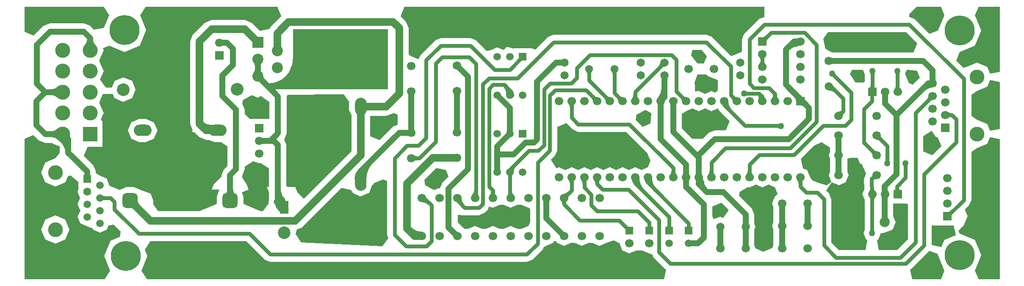
<source format=gtl>
%FSLAX24Y24*%
%MOIN*%
G70*
G01*
G75*
G04 Layer_Physical_Order=1*
G04 Layer_Color=255*
%ADD10C,0.0472*%
%ADD11C,0.0315*%
%ADD12C,0.0591*%
%ADD13R,0.7480X0.4724*%
%ADD14C,0.1181*%
%ADD15R,0.1181X0.1181*%
%ADD16C,0.1969*%
%ADD17C,0.0866*%
%ADD18R,0.0866X0.0866*%
%ADD19C,0.0669*%
%ADD20R,0.0669X0.0669*%
%ADD21C,0.0591*%
%ADD22R,0.0591X0.0591*%
%ADD23C,0.0650*%
%ADD24O,0.0900X0.1400*%
%ADD25O,0.1400X0.0900*%
G04:AMPARAMS|DCode=26|XSize=118.1mil|YSize=118.1mil|CornerRadius=29.5mil|HoleSize=0mil|Usage=FLASHONLY|Rotation=0.000|XOffset=0mil|YOffset=0mil|HoleType=Round|Shape=RoundedRectangle|*
%AMROUNDEDRECTD26*
21,1,0.1181,0.0591,0,0,0.0*
21,1,0.0591,0.1181,0,0,0.0*
1,1,0.0591,0.0295,-0.0295*
1,1,0.0591,-0.0295,-0.0295*
1,1,0.0591,-0.0295,0.0295*
1,1,0.0591,0.0295,0.0295*
%
%ADD26ROUNDEDRECTD26*%
%ADD27C,0.1000*%
%ADD28R,0.0669X0.0984*%
%ADD29C,0.0984*%
%ADD30C,0.1161*%
%ADD31R,0.0591X0.0591*%
%ADD32R,0.0669X0.0669*%
%ADD33C,0.2362*%
%ADD34C,0.0620*%
%ADD35C,0.0591*%
%ADD36C,0.0630*%
%ADD37C,0.0500*%
%ADD38C,0.0787*%
G36*
X63406Y10349D02*
Y10015D01*
X63300Y9758D01*
X63406Y9501D01*
Y8459D01*
X63300Y8201D01*
X63528Y7650D01*
X63140Y7390D01*
X62482Y7604D01*
X62022Y7794D01*
X61857Y8031D01*
Y8031D01*
X61857Y8031D01*
X61857Y8031D01*
X61626Y8589D01*
X61626Y8589D01*
X61281Y8732D01*
X61127Y9504D01*
X62168Y10545D01*
X62752Y10786D01*
X63406Y10349D01*
D02*
G37*
G36*
X65786Y9061D02*
X65844Y9119D01*
X65916Y9070D01*
X66256Y8320D01*
D01*
X66178Y8114D01*
X66094Y7911D01*
X66098Y7902D01*
X66095Y7892D01*
X66121Y7086D01*
X65954Y6683D01*
X66134Y6249D01*
Y3864D01*
X66034Y3622D01*
Y3622D01*
X66034Y3622D01*
X66238Y3129D01*
X66353Y3081D01*
X66200Y2309D01*
X64125D01*
X63530Y2905D01*
Y6309D01*
X63355Y6731D01*
X63099Y6987D01*
X63536Y7642D01*
X63968Y7463D01*
X63968Y7463D01*
X64088Y7413D01*
X64646Y7644D01*
X64695Y7764D01*
D01*
X64877Y8201D01*
X64770Y8459D01*
Y9496D01*
X65076Y9557D01*
X65581D01*
X65786Y9061D01*
D02*
G37*
G36*
X33173Y8604D02*
X33386Y8090D01*
X32914Y7618D01*
X32728Y7169D01*
X32668Y7194D01*
X32245Y7018D01*
X31550Y7390D01*
X31464Y7821D01*
X32401Y8758D01*
X33173Y8604D01*
D02*
G37*
G36*
X59068Y7243D02*
X59068Y7243D01*
Y7243D01*
X59275Y6743D01*
X59086Y6529D01*
X59086Y6529D01*
X58855Y5971D01*
X58961Y5714D01*
Y4454D01*
X58855Y4196D01*
X58961Y3939D01*
Y2679D01*
X58876Y2473D01*
X58148Y2171D01*
X57544Y2421D01*
Y2421D01*
X57544Y2421D01*
X57449Y2653D01*
Y3910D01*
X57544Y4141D01*
X57449Y4373D01*
Y5113D01*
X57249Y5595D01*
X56239Y6605D01*
X56298Y6903D01*
X56993Y7274D01*
X57068Y7243D01*
X57568Y7450D01*
X58068Y7243D01*
X58568Y7450D01*
X59068Y7243D01*
D02*
G37*
G36*
X1162Y10945D02*
X1644Y10745D01*
X2219D01*
X2249Y10674D01*
X2781Y10453D01*
Y9976D01*
X2460Y9528D01*
X2437Y9529D01*
X2437Y9529D01*
X2437Y9529D01*
X1646Y9202D01*
X1318Y8411D01*
X1646Y7620D01*
X2437Y7292D01*
X3228Y7620D01*
X3433Y8115D01*
X3639Y8156D01*
X4248Y7657D01*
Y7222D01*
X4248D01*
X4279Y7175D01*
X4170Y6911D01*
X4388Y6385D01*
X4191Y5911D01*
X4398Y5411D01*
X4250Y5052D01*
Y5052D01*
X4191Y4911D01*
X4410Y4384D01*
D01*
D01*
X4937Y4165D01*
D01*
X5367Y3987D01*
X5367D01*
X5410Y3884D01*
X5937Y3665D01*
X5937Y3665D01*
X6079Y3724D01*
X6079D01*
Y3724D01*
X6464Y3884D01*
X6605Y4224D01*
X7027Y4308D01*
X7584Y3751D01*
X7500Y3329D01*
X6771Y3027D01*
X6272Y1821D01*
X6755Y655D01*
X6318Y0D01*
X0D01*
Y11078D01*
X727Y11379D01*
X1162Y10945D01*
D02*
G37*
G36*
X71756Y11213D02*
Y11213D01*
X71879D01*
X72181Y10485D01*
X71472Y9776D01*
X70744Y10077D01*
Y11250D01*
X71399Y11688D01*
X71756Y11213D01*
D02*
G37*
G36*
X28537Y7732D02*
Y3504D01*
X28647Y3238D01*
X28195Y2594D01*
X21770Y2889D01*
X21348Y3553D01*
X21392Y3659D01*
Y3659D01*
X21386Y3679D01*
X21457Y3914D01*
X21856Y4079D01*
X24957Y7180D01*
X25729Y7026D01*
X25831Y6781D01*
X26419Y6538D01*
X26419D01*
X26476Y6514D01*
X27122Y6781D01*
X27146Y6839D01*
D01*
X27390Y7427D01*
X27474Y7462D01*
X27488Y7448D01*
X27529Y7547D01*
X28256Y7848D01*
X28537Y7732D01*
D02*
G37*
G36*
X43171Y11783D02*
X43593Y11608D01*
X47371D01*
X49004Y9975D01*
X49275Y9320D01*
X49068Y8820D01*
X48568Y8613D01*
X48068Y8820D01*
X47568Y8613D01*
X47068Y8820D01*
X46568Y8613D01*
X46068Y8820D01*
X45568Y8613D01*
X45068Y8820D01*
X44568Y8613D01*
X44068Y8820D01*
X43568Y8613D01*
X43068Y8820D01*
X42568Y8613D01*
X42188Y8770D01*
X42188Y8770D01*
X42188D01*
X42068Y8820D01*
X41877Y8741D01*
X41440Y9395D01*
X41440D01*
X41760Y9716D01*
X41760Y9716D01*
X41935Y10138D01*
Y11990D01*
X42663Y12291D01*
X43171Y11783D01*
D02*
G37*
G36*
X46381Y3055D02*
X46381Y3055D01*
X46383Y3053D01*
Y3053D01*
D01*
X46383D01*
Y3053D01*
X46383D01*
X46835Y2823D01*
X46835Y2823D01*
X46835Y2823D01*
X47053Y2297D01*
X47066Y2266D01*
D01*
Y2266D01*
D01*
X47624Y2035D01*
X47744Y2084D01*
D01*
X48181Y2266D01*
X48181D01*
D01*
D01*
X48181D01*
D01*
X48623D01*
D01*
X48623Y2266D01*
D01*
D01*
X49180Y2035D01*
X49180Y2035D01*
Y2035D01*
X49180Y2035D01*
X49438Y1928D01*
X49529Y1709D01*
X50439Y799D01*
X50439Y799D01*
X50503Y772D01*
X50349Y0D01*
X9635D01*
X9198Y655D01*
X9681Y1821D01*
X9470Y2331D01*
X9907Y2986D01*
X17469D01*
X18929Y1527D01*
X19350Y1352D01*
X39559D01*
X39981Y1527D01*
X40825Y2372D01*
X40897Y2545D01*
X40897D01*
X41071Y2617D01*
D01*
X41628Y2848D01*
Y2848D01*
D01*
X41628Y2848D01*
X41761Y3040D01*
X41864Y2968D01*
X41628Y2848D01*
X41628Y2848D01*
X41628Y2848D01*
X41628Y2848D01*
X41872Y2949D01*
X41883Y2922D01*
X41914Y2848D01*
D01*
D01*
Y2848D01*
X42471Y2617D01*
D01*
D01*
D01*
X42591Y2667D01*
X42591D01*
D01*
Y2667D01*
X42591Y2667D01*
D01*
D01*
X43029Y2848D01*
D01*
D01*
X43029D01*
D01*
X43314D01*
Y2848D01*
Y2848D01*
D01*
D01*
D01*
X43872Y2617D01*
X44429Y2848D01*
X44429D01*
D01*
D01*
X44429D01*
D01*
X44715D01*
Y2848D01*
Y2848D01*
D01*
D01*
D01*
X45152Y2667D01*
X45152Y2667D01*
X45272Y2617D01*
X45829Y2848D01*
X45830Y2849D01*
X46367Y3071D01*
X46381Y3055D01*
D02*
G37*
G36*
X69470Y5955D02*
X69470D01*
X69551Y5874D01*
Y3151D01*
X68710Y2309D01*
X67261D01*
X67107Y3081D01*
X67223Y3129D01*
X67427Y3622D01*
X67427Y3622D01*
D01*
X67726Y3656D01*
X67726Y3656D01*
D01*
D01*
D01*
X68329Y3905D01*
D01*
D01*
D01*
X68366Y3993D01*
Y3993D01*
D01*
D01*
D01*
X68366D01*
X68366Y3993D01*
D01*
D01*
D01*
D01*
D01*
D01*
X68579Y4508D01*
X68394Y4953D01*
Y5955D01*
X69470D01*
D01*
D02*
G37*
G36*
X71875Y1982D02*
X71918Y1880D01*
Y1880D01*
X72417Y675D01*
Y675D01*
Y675D01*
X72137Y0D01*
X69882D01*
X69728Y772D01*
X69792Y799D01*
X71239Y2245D01*
D01*
X71239D01*
X71239D01*
X71875Y1982D01*
D02*
G37*
G36*
X73299Y3451D02*
X72417Y3085D01*
X72186Y2528D01*
X71414Y2681D01*
Y4223D01*
X71920D01*
Y4223D01*
X73146D01*
X73299Y3451D01*
D02*
G37*
G36*
X25595Y13919D02*
X25563Y13843D01*
Y13343D01*
X25731Y12938D01*
Y10063D01*
X22015Y6347D01*
X21976Y6355D01*
X21474Y6858D01*
X21304Y7266D01*
X21304Y7266D01*
Y7266D01*
X20752D01*
X20613Y7324D01*
Y10600D01*
X20444Y11008D01*
X20642Y11486D01*
Y14407D01*
X20715Y14515D01*
X22734D01*
X22875Y14574D01*
X25157D01*
X25595Y13919D01*
D02*
G37*
G36*
X18472Y9115D02*
X18595Y9166D01*
X19249Y8728D01*
Y7266D01*
X19088D01*
X19249Y6878D01*
Y6161D01*
X19249Y6161D01*
X19249Y6161D01*
X19249Y6126D01*
X19182D01*
X19232Y6007D01*
X18794Y5352D01*
X18597D01*
X17237Y5915D01*
Y6506D01*
X17237Y6506D01*
X17237Y6506D01*
D01*
X17125Y6845D01*
X17183Y6869D01*
D01*
X17659Y7066D01*
D01*
D01*
X17659D01*
D01*
D01*
D01*
D01*
D01*
X17596Y7220D01*
X17582Y7254D01*
X17577Y7265D01*
D01*
D01*
D01*
D01*
X17481Y7496D01*
Y7496D01*
D01*
D01*
X17481D01*
D01*
D01*
X17146Y7997D01*
Y8171D01*
D01*
X17345Y8653D01*
Y8873D01*
X18000Y9311D01*
X18472Y9115D01*
D02*
G37*
G36*
X55439Y5476D02*
X55002Y4822D01*
X54892Y4867D01*
Y4867D01*
X54892Y4867D01*
X54767Y4919D01*
X54767D01*
X54239Y4737D01*
X54146Y4961D01*
Y5741D01*
X54874Y6042D01*
X55439Y5476D01*
D02*
G37*
G36*
X38270Y5617D02*
X38827Y5848D01*
X38827D01*
D01*
D01*
X39113D01*
D01*
X39113Y5848D01*
D01*
D01*
X39670Y5617D01*
X39670D01*
Y5617D01*
X39670Y5617D01*
X39807Y5526D01*
Y4524D01*
X39670Y4194D01*
X39113Y3963D01*
X39113D01*
X38827D01*
X38827Y3963D01*
Y3963D01*
X38270Y4194D01*
X37712Y3963D01*
X37712D01*
D01*
D01*
X37712D01*
D01*
X37427D01*
X37427Y3963D01*
Y3963D01*
X37427D01*
D01*
X36869Y4194D01*
X36312Y3963D01*
X36312D01*
D01*
D01*
X36312D01*
D01*
X36026D01*
X36026Y3963D01*
Y3963D01*
X36026D01*
D01*
X35469Y4194D01*
X34912Y3963D01*
X34912D01*
D01*
D01*
X34912D01*
D01*
X34635D01*
X34120Y4478D01*
Y5062D01*
X34650Y5039D01*
X34650D01*
D01*
D01*
D01*
X34650D01*
D01*
D01*
Y5039D01*
X34650Y5039D01*
X35783D01*
X36205Y5214D01*
X36488Y5496D01*
D01*
X36488Y5496D01*
X36488Y5496D01*
X36488D01*
X36586Y5734D01*
X36586Y5734D01*
X36869Y5617D01*
X37427Y5848D01*
X37427D01*
D01*
D01*
X37427D01*
D01*
X37712D01*
Y5848D01*
Y5848D01*
D01*
D01*
D01*
X38270Y5617D01*
D02*
G37*
G36*
X76772Y11038D02*
Y0D01*
X75107D01*
X74827Y675D01*
D01*
D01*
X75327Y1880D01*
X74827Y3085D01*
X73622Y3584D01*
X73527Y3831D01*
X73950Y4254D01*
X73950D01*
X73950D01*
X73950D01*
X73950Y4254D01*
X74239Y4951D01*
X74239Y4951D01*
X74164Y5133D01*
X74164Y5133D01*
X74020Y5480D01*
X74020D01*
X74359Y5818D01*
X74359Y5818D01*
X74534Y6240D01*
Y10021D01*
X74984Y10322D01*
X74984Y10322D01*
Y10322D01*
X75775Y10650D01*
X75999Y11191D01*
X76772Y11038D01*
D02*
G37*
G36*
X53719Y17568D02*
X53488Y17011D01*
X52977D01*
X52478Y17620D01*
X52569Y18079D01*
X53299D01*
X53719Y17568D01*
D02*
G37*
G36*
X58246Y20672D02*
X58246Y20672D01*
D01*
X57824Y20498D01*
X56654Y19328D01*
X56479Y18906D01*
Y17943D01*
X56338Y17849D01*
X56338Y17849D01*
X56338D01*
D01*
D01*
X55788Y17621D01*
X55788Y17621D01*
Y17621D01*
D01*
D01*
D01*
X55626Y17589D01*
X54118Y19098D01*
X53696Y19272D01*
X41656D01*
X41234Y19098D01*
X40216Y18080D01*
X39913Y18206D01*
Y18206D01*
X39913Y18206D01*
X38535D01*
Y18206D01*
X38468Y18161D01*
X38224Y18262D01*
X38224Y18262D01*
X38224Y18262D01*
X37983Y18287D01*
X37983Y18287D01*
Y18287D01*
D01*
Y18287D01*
X37724Y18055D01*
D01*
X37224Y18262D01*
X36696Y18044D01*
X36696Y18044D01*
Y18044D01*
X36385Y17982D01*
X35540Y18827D01*
X35118Y19002D01*
X32766D01*
X32766Y19002D01*
X32344Y18827D01*
X31202Y17686D01*
X31202Y17686D01*
Y17686D01*
X31001Y17341D01*
D01*
D01*
Y17341D01*
X30444Y17572D01*
X30444Y17572D01*
X30444Y17572D01*
X30244Y17706D01*
Y19783D01*
X30089Y20156D01*
X30025Y20311D01*
X29607Y20729D01*
X29908Y21457D01*
X58246D01*
Y20672D01*
D02*
G37*
G36*
X66045Y16407D02*
X66045Y16407D01*
X66045D01*
X66146Y16166D01*
Y15562D01*
X66041Y15492D01*
X66014D01*
Y15492D01*
X65422Y15492D01*
X64984Y16147D01*
X65135Y16510D01*
X65977D01*
X66045Y16407D01*
D02*
G37*
G36*
X76772Y16344D02*
X75999Y16191D01*
X75775Y16732D01*
X74984Y17060D01*
X74193Y16732D01*
X74193Y16732D01*
Y16732D01*
X73902Y16674D01*
X73347Y17228D01*
X73622Y17892D01*
X74827Y18391D01*
X75327Y19596D01*
X74827Y20802D01*
Y20802D01*
Y20802D01*
X75099Y21457D01*
X76772D01*
Y16344D01*
D02*
G37*
G36*
X20216Y20729D02*
X19375Y19889D01*
X19306Y19720D01*
X18533Y19566D01*
X17886Y20213D01*
X17359Y20432D01*
X14755D01*
X14227Y20213D01*
X13262Y19248D01*
X13044Y18720D01*
Y12244D01*
X13262Y11717D01*
X13262Y11717D01*
X13262Y11717D01*
X13185Y11640D01*
X13448Y11531D01*
X13784Y11195D01*
X14311Y10977D01*
X14562D01*
X14967Y10809D01*
X15467D01*
X15982Y10465D01*
Y8936D01*
X15714Y8668D01*
X15514Y8186D01*
Y8100D01*
X15340Y7926D01*
D01*
X14910Y7496D01*
Y7496D01*
X14732Y7066D01*
X14910D01*
Y7066D01*
X15340D01*
X15155Y6506D01*
D01*
X15155Y6506D01*
Y6506D01*
D01*
D01*
X15155D01*
Y5915D01*
X13795Y5352D01*
X10509D01*
X10156Y5880D01*
Y6211D01*
D01*
D01*
Y6211D01*
D01*
X10156Y6211D01*
X9914Y6795D01*
X9914Y6795D01*
X9914Y6795D01*
Y6795D01*
X9914Y6795D01*
X9868Y6771D01*
X9144Y7033D01*
Y7033D01*
X8617Y7252D01*
X8027D01*
X7499Y7033D01*
D01*
X6693Y7367D01*
X6683Y7411D01*
X6683Y7411D01*
X6464Y7938D01*
X6464Y7938D01*
X6323Y7997D01*
Y7997D01*
D01*
D01*
D01*
X5937Y8157D01*
Y8157D01*
D01*
X5937D01*
Y8157D01*
X5626Y8364D01*
Y8600D01*
X5578D01*
X5419Y8984D01*
X4687Y9715D01*
X4989Y10443D01*
X6152D01*
Y12411D01*
X6152D01*
X6030Y12593D01*
X6233Y13081D01*
X5921Y13834D01*
Y13834D01*
D01*
D01*
Y13834D01*
D01*
Y13981D01*
X5921D01*
X5921D01*
X6173Y14591D01*
X6876D01*
D01*
X6961D01*
X7087Y14285D01*
D01*
X7100Y14254D01*
X7784Y13971D01*
X7815Y13984D01*
X7815D01*
X8468Y14254D01*
X8751Y14938D01*
X8468Y15622D01*
X7784Y15906D01*
X7100Y15622D01*
X6876Y15082D01*
X6400D01*
X5963Y15737D01*
X6233Y16388D01*
X5921Y17141D01*
Y17141D01*
D01*
D01*
Y17141D01*
D01*
Y17288D01*
X5921D01*
X5921D01*
X6233Y18041D01*
X6168Y18197D01*
X6681Y18409D01*
X6681D01*
D01*
Y18409D01*
X7887Y17910D01*
X9092Y18409D01*
X9591Y19615D01*
X9099Y20802D01*
X9537Y21457D01*
X19915D01*
X20216Y20729D01*
D02*
G37*
G36*
X6674Y20802D02*
X6260Y19803D01*
X5488Y19650D01*
X5167Y19970D01*
X4685Y20170D01*
X1998D01*
X1516Y19970D01*
X727Y19182D01*
X0Y19483D01*
Y21457D01*
X0Y21457D01*
X6236D01*
X6674Y20802D01*
D02*
G37*
G36*
X70287Y18601D02*
X69986Y17873D01*
X63575D01*
X63318Y17980D01*
X63318Y17980D01*
X63318Y17980D01*
X63040Y18165D01*
X62887Y18938D01*
X63249Y19479D01*
X69409D01*
X70287Y18601D01*
D02*
G37*
G36*
X72417Y20802D02*
D01*
D01*
X71918Y19596D01*
X71254Y19322D01*
X70078Y20498D01*
X69656Y20672D01*
Y20900D01*
X70213Y21457D01*
X72145D01*
X72417Y20802D01*
D02*
G37*
G36*
X18367Y14309D02*
D01*
Y14309D01*
X18624Y14415D01*
X19279Y13978D01*
Y12632D01*
X19201D01*
Y12632D01*
X17744D01*
D01*
X17744D01*
X17345Y13031D01*
Y13358D01*
X17146Y13840D01*
X17203Y14132D01*
X17898Y14503D01*
X18367Y14309D01*
D02*
G37*
G36*
X49068Y13243D02*
X49068Y13243D01*
X49068Y13243D01*
X49359Y13049D01*
X49281Y12265D01*
X48659Y12008D01*
X48113Y12553D01*
X48192Y12947D01*
X48886Y13318D01*
X49068Y13243D01*
D02*
G37*
G36*
X29375Y12957D02*
Y12170D01*
X29022Y12023D01*
X27950Y10951D01*
X27222Y11253D01*
Y12847D01*
X28474D01*
X29002Y13065D01*
X29035Y13098D01*
X29375Y12957D01*
D02*
G37*
G36*
X54068Y13243D02*
X54568Y13450D01*
X54568Y13450D01*
D01*
X54646Y13319D01*
Y13319D01*
X54646Y13319D01*
X55513Y12453D01*
X55211Y11725D01*
X54331D01*
X53849Y11525D01*
X53376Y11053D01*
X52589D01*
X51750Y11891D01*
Y13030D01*
X52068Y13243D01*
X52068Y13243D01*
Y13243D01*
X52568Y13450D01*
X53068Y13243D01*
X53568Y13450D01*
X54068Y13243D01*
D02*
G37*
G36*
X76772Y15538D02*
Y11844D01*
X75999Y11691D01*
X75775Y12232D01*
X74984Y12560D01*
X74984Y12560D01*
X74984Y12560D01*
X74534Y12861D01*
Y14521D01*
X74984Y14822D01*
X74984Y14822D01*
Y14822D01*
X75775Y15150D01*
X75999Y15691D01*
X76772Y15538D01*
D02*
G37*
G36*
X70258Y16431D02*
X70481Y15893D01*
X69924Y15336D01*
X69619Y15463D01*
X69317Y16190D01*
X69407Y16407D01*
X69407Y16407D01*
X69407Y16407D01*
X69474Y16508D01*
X70258Y16431D01*
D02*
G37*
G36*
X53731Y16014D02*
X54288Y15783D01*
X54355Y15811D01*
X54596Y15650D01*
Y14862D01*
X54355Y14701D01*
X54068Y14820D01*
X53568Y14613D01*
X53068Y14820D01*
X53068Y14820D01*
X53068Y14820D01*
X52789Y14807D01*
X52765Y15333D01*
D01*
D01*
D01*
X52765D01*
X52765D01*
X52734Y15408D01*
X52766Y15580D01*
X52985Y16132D01*
X53682D01*
X53731Y16014D01*
D02*
G37*
%LPC*%
G36*
X9551Y12636D02*
X9051D01*
X8405Y12368D01*
X8138Y11722D01*
X8405Y11077D01*
X9051Y10809D01*
X9551D01*
X10197Y11077D01*
X10464Y11722D01*
X10197Y12368D01*
X9551Y12636D01*
D02*
G37*
G36*
X2437Y5029D02*
X1646Y4702D01*
X1318Y3911D01*
X1646Y3120D01*
X2437Y2792D01*
X3228Y3120D01*
X3556Y3911D01*
X3228Y4702D01*
X2437Y5029D01*
D02*
G37*
%LPD*%
D10*
X67713Y4921D02*
G03*
X67838Y4619I427J0D01*
G01*
X23529Y18037D02*
G03*
X21071Y16269I-139J-2400D01*
G01*
X22059Y15197D02*
G03*
X24197Y17327I0J2138D01*
G01*
X21584Y15197D02*
G03*
X23725Y17329I0J2140D01*
G01*
X21110Y15197D02*
G03*
X23252Y17330I0J2142D01*
G01*
X20636Y15197D02*
G03*
X22780Y17332I0J2144D01*
G01*
X20161Y15197D02*
G03*
X22307Y17334I0J2146D01*
G01*
X19687Y15197D02*
G03*
X21835Y17336I0J2148D01*
G01*
X19213Y15197D02*
G03*
X21363Y17338I0J2150D01*
G01*
X60662Y18519D02*
G03*
X61003Y18781I-146J543D01*
G01*
X61088Y18633D02*
G03*
X60039Y18198I-0J-1484D01*
G01*
X60662Y18519D02*
G03*
X61003Y18781I-146J543D01*
G01*
X71484Y15343D02*
G03*
X70745Y15036I0J-1046D01*
G01*
X71058Y15228D02*
G03*
X71399Y15490I-146J543D01*
G01*
X20128Y5624D02*
G03*
X20571Y5469I311J180D01*
G01*
X19854Y6097D02*
G03*
X20397Y5908I380J219D01*
G01*
X20338Y5842D02*
G03*
X20282Y6269I-543J146D01*
G01*
X19996Y6096D02*
G03*
X20433Y5915I437J437D01*
G01*
X20128Y5624D02*
G03*
X20571Y5469I311J180D01*
G01*
X19854Y6097D02*
G03*
X20397Y5908I380J219D01*
G01*
X20338Y5842D02*
G03*
X20282Y6269I-543J146D01*
G01*
X19931Y6126D02*
G03*
X20169Y5552I811J0D01*
G01*
X19931Y7266D02*
G03*
X20503Y5887I1951J0D01*
G01*
X60970Y14031D02*
G03*
X60790Y14466I-615J0D01*
G01*
X61503Y13753D02*
G03*
X61068Y13933I-435J-435D01*
G01*
X50219Y14483D02*
G03*
X50163Y14057I487J-281D01*
G01*
X50219Y14483D02*
G03*
X50163Y14057I487J-281D01*
G01*
X49999Y14101D02*
G03*
X50368Y14993I-892J892D01*
G01*
X53281Y7605D02*
G03*
X53019Y7946I-543J-146D01*
G01*
X53167Y8031D02*
G03*
X53610Y6961I1514J0D01*
G01*
X53281Y7605D02*
G03*
X53019Y7946I-543J-146D01*
G01*
X15945Y6461D02*
G03*
X16196Y7066I-605J605D01*
G01*
D02*
G03*
X16446Y6461I855J0D01*
G01*
X26450Y8487D02*
G03*
X26218Y7927I560J-560D01*
G01*
X27256Y9294D02*
G03*
X26690Y7927I1366J-1366D01*
G01*
X26369Y8112D02*
G03*
X26938Y8854I-611J1058D01*
G01*
X26369Y8112D02*
G03*
X26938Y8854I-611J1058D01*
G01*
X26816Y8559D02*
G03*
X26680Y7993I395J-395D01*
G01*
X26325Y8078D02*
G03*
X26476Y8443I-365J365D01*
G01*
D02*
G03*
X26628Y8078I516J0D01*
G01*
X18507Y17200D02*
G03*
X18367Y16864I336J-336D01*
G01*
D02*
G03*
X18228Y17200I-475J0D01*
G01*
X18564Y16000D02*
G03*
X18703Y15664I475J0D01*
G01*
X18703Y15664D02*
G03*
X18367Y15804I-336J-336D01*
G01*
X18228Y16140D02*
G03*
X18367Y16476I-336J336D01*
G01*
D02*
G03*
X18507Y16140I475J0D01*
G01*
X4917Y18292D02*
G03*
X5167Y18897I-605J605D01*
G01*
D02*
G03*
X5418Y18292I855J0D01*
G01*
X2751Y14484D02*
G03*
X2147Y14734I-605J-605D01*
G01*
D02*
G03*
X2751Y14985I0J855D01*
G01*
Y11177D02*
G03*
X2147Y11427I-605J-605D01*
G01*
D02*
G03*
X2751Y11678I0J855D01*
G01*
X3273Y11199D02*
G03*
X3280Y10592I357J-300D01*
G01*
X3350Y11358D02*
G03*
X3463Y10986I405J-80D01*
G01*
X3463Y10986D02*
G03*
X3094Y11085I-270J-270D01*
G01*
X3463Y10787D02*
G03*
X3067Y11525I-887J0D01*
G01*
X3463Y9905D02*
G03*
X2805Y11132I-1476J0D01*
G01*
X67713Y4921D02*
G03*
X67838Y4619I427J0D01*
G01*
X22059Y15197D02*
G03*
X24197Y17327I0J2138D01*
G01*
X21584Y15197D02*
G03*
X23725Y17329I0J2140D01*
G01*
X21110Y15197D02*
G03*
X23252Y17330I0J2142D01*
G01*
X20636Y15197D02*
G03*
X22780Y17332I0J2144D01*
G01*
X20161Y15197D02*
G03*
X22307Y17334I0J2146D01*
G01*
X19687Y15197D02*
G03*
X21835Y17336I0J2148D01*
G01*
X19213Y15197D02*
G03*
X21363Y17338I0J2150D01*
G01*
X61088Y18633D02*
G03*
X60039Y18198I-0J-1484D01*
G01*
X60662Y18519D02*
G03*
X61003Y18781I-146J543D01*
G01*
X71484Y15343D02*
G03*
X70745Y15036I0J-1046D01*
G01*
X19996Y6096D02*
G03*
X20433Y5915I437J437D01*
G01*
X20128Y5624D02*
G03*
X20571Y5469I311J180D01*
G01*
X19854Y6097D02*
G03*
X20397Y5908I380J219D01*
G01*
X20338Y5842D02*
G03*
X20282Y6269I-543J146D01*
G01*
X19931Y6126D02*
G03*
X20169Y5552I811J0D01*
G01*
X19931Y7266D02*
G03*
X20503Y5887I1951J0D01*
G01*
X60970Y14031D02*
G03*
X60790Y14466I-615J0D01*
G01*
X61503Y13753D02*
G03*
X61068Y13933I-435J-435D01*
G01*
X50219Y14483D02*
G03*
X50163Y14057I487J-281D01*
G01*
X49999Y14101D02*
G03*
X50368Y14993I-892J892D01*
G01*
X53167Y8031D02*
G03*
X53610Y6961I1514J0D01*
G01*
X53281Y7605D02*
G03*
X53019Y7946I-543J-146D01*
G01*
X15945Y6461D02*
G03*
X16196Y7066I-605J605D01*
G01*
D02*
G03*
X16446Y6461I855J0D01*
G01*
X26450Y8487D02*
G03*
X26218Y7927I560J-560D01*
G01*
X27256Y9294D02*
G03*
X26690Y7927I1366J-1366D01*
G01*
X26369Y8112D02*
G03*
X26938Y8854I-611J1058D01*
G01*
X26325Y8078D02*
G03*
X26476Y8443I-365J365D01*
G01*
D02*
G03*
X26628Y8078I516J0D01*
G01*
X18507Y17200D02*
G03*
X18367Y16864I336J-336D01*
G01*
D02*
G03*
X18228Y17200I-475J0D01*
G01*
X18564Y16000D02*
G03*
X18703Y15664I475J0D01*
G01*
X18703Y15664D02*
G03*
X18367Y15804I-336J-336D01*
G01*
X18228Y16140D02*
G03*
X18367Y16476I-336J336D01*
G01*
D02*
G03*
X18507Y16140I475J0D01*
G01*
X4917Y18292D02*
G03*
X5167Y18897I-605J605D01*
G01*
D02*
G03*
X5418Y18292I855J0D01*
G01*
X2751Y14484D02*
G03*
X2147Y14734I-605J-605D01*
G01*
D02*
G03*
X2751Y14985I0J855D01*
G01*
Y11177D02*
G03*
X2147Y11427I-605J-605D01*
G01*
D02*
G03*
X2751Y11678I0J855D01*
G01*
X3350Y11358D02*
G03*
X3463Y10986I405J-80D01*
G01*
X3463Y10986D02*
G03*
X3094Y11085I-270J-270D01*
G01*
X3463Y10787D02*
G03*
X3067Y11525I-887J0D01*
G01*
X3463Y9905D02*
G03*
X2805Y11132I-1476J0D01*
G01*
X61088Y18633D02*
G03*
X60039Y18198I-0J-1484D01*
G01*
X19996Y6096D02*
G03*
X20433Y5915I437J437D01*
G01*
X19931Y6126D02*
G03*
X20169Y5552I811J0D01*
G01*
X19931Y7266D02*
G03*
X20503Y5887I1951J0D01*
G01*
X60970Y14031D02*
G03*
X60790Y14466I-615J0D01*
G01*
X61503Y13753D02*
G03*
X61068Y13933I-435J-435D01*
G01*
X49999Y14101D02*
G03*
X50368Y14993I-892J892D01*
G01*
X53167Y8031D02*
G03*
X53610Y6961I1514J0D01*
G01*
X15945Y6461D02*
G03*
X16196Y7066I-605J605D01*
G01*
D02*
G03*
X16446Y6461I855J0D01*
G01*
X26450Y8487D02*
G03*
X26218Y7927I560J-560D01*
G01*
X27256Y9294D02*
G03*
X26690Y7927I1366J-1366D01*
G01*
X26325Y8078D02*
G03*
X26476Y8443I-365J365D01*
G01*
D02*
G03*
X26628Y8078I516J0D01*
G01*
X18507Y17200D02*
G03*
X18367Y16864I336J-336D01*
G01*
D02*
G03*
X18228Y17200I-475J0D01*
G01*
X18564Y16000D02*
G03*
X18703Y15664I475J0D01*
G01*
X18703Y15664D02*
G03*
X18367Y15804I-336J-336D01*
G01*
X18228Y16140D02*
G03*
X18367Y16476I-336J336D01*
G01*
D02*
G03*
X18507Y16140I475J0D01*
G01*
X71150Y15441D02*
X71484D01*
X68632Y12923D02*
X71150Y15441D01*
X68632Y8248D02*
Y12923D01*
X67742Y13823D02*
X68632Y12933D01*
X67742Y13823D02*
Y14764D01*
X71484Y15441D02*
Y16469D01*
X70761Y17191D02*
X71484Y16469D01*
X63318Y17191D02*
X70761D01*
X67713Y7329D02*
X68632Y8248D01*
X67713Y4522D02*
Y7329D01*
Y4522D02*
X67726Y4508D01*
X18367Y16000D02*
X19961Y14407D01*
X38524Y9823D02*
X39449Y10748D01*
X37224Y9764D02*
Y10475D01*
Y8441D02*
Y9764D01*
X37283Y9823D01*
X38524D01*
X29504Y11541D02*
X30444D01*
X26476Y8514D02*
X29504Y11541D01*
X26476Y7677D02*
Y8514D01*
X15581Y14441D02*
X16663Y13358D01*
Y8653D02*
Y13358D01*
X16196Y8186D02*
X16663Y8653D01*
X54331Y11043D02*
X60177D01*
X53068Y9781D02*
X54331Y11043D01*
X53068Y8031D02*
Y9781D01*
X53465Y3278D02*
Y5882D01*
X53010Y2823D02*
X53465Y3278D01*
X52294Y2823D02*
X53010D01*
X52068Y7278D02*
X53465Y5882D01*
X60572Y18731D02*
X61088D01*
X59941Y18100D02*
X60572Y18731D01*
X59941Y15315D02*
Y18100D01*
Y15315D02*
X61756Y13500D01*
Y12622D02*
Y13500D01*
X60177Y11043D02*
X61756Y12622D01*
X53068Y8031D02*
Y9609D01*
X51068Y11609D02*
X53068Y9609D01*
X51068Y11609D02*
Y14031D01*
X50068Y11024D02*
Y14031D01*
Y11024D02*
X52068Y9024D01*
Y8031D02*
Y9024D01*
X56767Y4141D02*
Y5113D01*
X55020Y6860D02*
X56767Y5113D01*
X53711Y6860D02*
X55020D01*
X53091Y7480D02*
X53711Y6860D01*
X53091Y7480D02*
Y7785D01*
X40354Y11004D02*
Y15571D01*
X40098Y10748D02*
X40354Y11004D01*
X39449Y10748D02*
X40098D01*
X40354Y15571D02*
X41855Y17071D01*
X42508D01*
X34048Y16824D02*
X34911Y15960D01*
Y8651D02*
Y15960D01*
X33396Y7136D02*
X34911Y8651D01*
X19628Y10904D02*
X19931Y10600D01*
Y6161D02*
Y10600D01*
Y6161D02*
X20433Y5659D01*
X19961Y11486D02*
Y14407D01*
X19378Y10904D02*
X19961Y11486D01*
X18472Y10904D02*
X19378D01*
X18472D02*
X19628D01*
X16407Y16877D02*
Y18179D01*
X15959Y18628D02*
X16407Y18179D01*
X15354Y18628D02*
X15959D01*
X15581Y16051D02*
X16407Y16877D01*
X15581Y14441D02*
Y16051D01*
X37224Y10475D02*
X38224Y11475D01*
X37224Y14483D02*
X38224Y13483D01*
Y11475D02*
Y13483D01*
X50368Y14331D02*
Y16071D01*
X50068Y14031D02*
X50368Y14331D01*
X41071Y4806D02*
Y6405D01*
Y4806D02*
X42471Y3405D01*
X53066Y8031D02*
X53068D01*
X33396Y4078D02*
X34069Y3405D01*
X33396Y4078D02*
Y7136D01*
X52068Y7278D02*
Y8031D01*
X3463Y9976D02*
X4937Y8501D01*
X16196Y6211D02*
Y8186D01*
X56767Y2421D02*
Y4141D01*
X61643Y4196D02*
Y5971D01*
X64088Y9758D02*
Y11315D01*
Y8201D02*
Y9758D01*
X59643Y2421D02*
Y4196D01*
Y5971D01*
X54767Y2421D02*
Y4141D01*
X18367Y16000D02*
Y17339D01*
X34048Y11564D02*
Y14824D01*
X30444Y11541D02*
Y14784D01*
X4937Y7911D02*
Y8501D01*
X3021Y11428D02*
X3463Y10986D01*
Y9976D02*
Y10986D01*
X984Y18474D02*
X1998Y19488D01*
X4685D01*
X5167Y19006D01*
Y18041D02*
Y19006D01*
X1644Y11427D02*
X3002D01*
X1663Y14734D02*
X3002D01*
X945Y12126D02*
X1644Y11427D01*
X945Y12126D02*
Y14016D01*
X1663Y14734D01*
X984Y15413D02*
Y18474D01*
Y15413D02*
X1663Y14734D01*
X22734Y15197D02*
X24867Y17330D01*
X19213Y15197D02*
X22734D01*
D11*
X59492Y11992D02*
G03*
X59262Y12087I-229J-229D01*
G01*
X6034Y6508D02*
G03*
X6270Y6411I235J235D01*
G01*
D02*
G03*
X6034Y6313I0J-333D01*
G01*
X38224Y6945D02*
G03*
X38395Y6531I586J0D01*
G01*
X36744D02*
G03*
X36869Y6833I-302J302D01*
G01*
D02*
G03*
X36995Y6531I428J0D01*
G01*
X31896Y5968D02*
G03*
X31268Y6228I-628J-628D01*
G01*
X52196Y3920D02*
G03*
X52294Y4156I-235J235D01*
G01*
D02*
G03*
X52391Y3920I333J0D01*
G01*
X50639D02*
G03*
X50737Y4156I-235J235D01*
G01*
D02*
G03*
X50834Y3920I333J0D01*
G01*
X44556Y16464D02*
G03*
X44448Y16203I260J-260D01*
G01*
D02*
G03*
X44340Y16464I-368J0D01*
G01*
X46556D02*
G03*
X46448Y16203I260J-260D01*
G01*
D02*
G03*
X46340Y16464I-368J0D01*
G01*
X57963Y16857D02*
G03*
X58088Y17159I-302J302D01*
G01*
D02*
G03*
X58213Y16857I428J0D01*
G01*
Y17606D02*
G03*
X58088Y17304I302J-302D01*
G01*
D02*
G03*
X57963Y17606I-428J0D01*
G01*
X58088Y18909D02*
G03*
X58391Y19034I0J428D01*
G01*
X58391Y19034D02*
G03*
X58265Y18731I302J-302D01*
G01*
X67057Y8027D02*
G03*
X66691Y7911I-72J-410D01*
G01*
X64088Y13049D02*
G03*
X64391Y13174I0J428D01*
G01*
X64391Y13174D02*
G03*
X64265Y12871I302J-302D01*
G01*
X30569Y9667D02*
G03*
X30872Y9541I302J302D01*
G01*
D02*
G03*
X30569Y9416I0J-428D01*
G01*
X63880Y14791D02*
G03*
X63318Y15024I-562J-562D01*
G01*
X68617Y14889D02*
G03*
X68711Y15115I-226J226D01*
G01*
Y15268D02*
G03*
X68867Y14889I535J0D01*
G01*
X66617D02*
G03*
X66742Y15191I-302J302D01*
G01*
D02*
G03*
X66867Y14889I428J0D01*
G01*
X66867Y14639D02*
G03*
X66722Y14289I350J-350D01*
G01*
Y14384D02*
G03*
X66617Y14639I-360J0D01*
G01*
X66867Y6558D02*
G03*
X66730Y6227I331J-331D01*
G01*
Y6284D02*
G03*
X66617Y6558I-387J0D01*
G01*
X66613Y6804D02*
G03*
X66718Y7082I-283J265D01*
G01*
X66716Y7139D02*
G03*
X66863Y6812I468J15D01*
G01*
X68691Y7234D02*
G03*
X68867Y6808I602J0D01*
G01*
X47486Y3823D02*
G03*
X47388Y4058I-333J0D01*
G01*
D02*
G03*
X47624Y3961I235J235D01*
G01*
X49083Y3920D02*
G03*
X49180Y4156I-235J235D01*
G01*
D02*
G03*
X49278Y3920I333J0D01*
G01*
X72610Y13066D02*
G03*
X72912Y12941I302J302D01*
G01*
D02*
G03*
X72610Y12816I0J-428D01*
G01*
X71484Y14264D02*
G03*
X71182Y14139I0J-428D01*
G01*
X71182Y14139D02*
G03*
X71307Y14441I-302J302D01*
G01*
X34246Y6405D02*
G03*
X34504Y5781I883J0D01*
G01*
X66911Y9758D02*
G03*
X66786Y10061I-428J0D01*
G01*
X66786Y10061D02*
G03*
X67088Y9935I302J302D01*
G01*
X67265Y11315D02*
G03*
X67391Y11012I428J0D01*
G01*
X67391Y11012D02*
G03*
X67088Y11138I-302J-302D01*
G01*
X58943Y14157D02*
G03*
X59068Y14459I-302J302D01*
G01*
D02*
G03*
X59193Y14157I428J0D01*
G01*
X57910Y14111D02*
G03*
X57827Y14624I-396J199D01*
G01*
X57963Y14174D02*
G03*
X58068Y14383I-154J209D01*
G01*
D02*
G03*
X58173Y14174I259J0D01*
G01*
X55891Y14031D02*
G03*
X55766Y14334I-428J0D01*
G01*
X55766Y14334D02*
G03*
X56068Y14209I302J302D01*
G01*
X55245Y14031D02*
G03*
X55576Y13233I1129J0D01*
G01*
X51891Y14031D02*
G03*
X51766Y14334I-428J0D01*
G01*
X51766Y14334D02*
G03*
X52068Y14209I302J302D01*
G01*
X47943Y14157D02*
G03*
X48068Y14459I-302J302D01*
G01*
D02*
G03*
X48193Y14157I428J0D01*
G01*
X46891Y14031D02*
G03*
X46766Y14334I-428J0D01*
G01*
X46766Y14334D02*
G03*
X47068Y14209I302J302D01*
G01*
X45891Y14031D02*
G03*
X45766Y14334I-428J0D01*
G01*
X45766Y14334D02*
G03*
X46068Y14209I302J302D01*
G01*
X44891Y14031D02*
G03*
X44766Y14334I-428J0D01*
G01*
X44766Y14334D02*
G03*
X45068Y14209I302J302D01*
G01*
X43193Y13906D02*
G03*
X43068Y13604I302J-302D01*
G01*
D02*
G03*
X42943Y13906I-428J0D01*
G01*
X61193Y7906D02*
G03*
X61068Y7604I302J-302D01*
G01*
D02*
G03*
X60943Y7906I-428J0D01*
G01*
X56943Y8157D02*
G03*
X57068Y8459I-302J302D01*
G01*
D02*
G03*
X57193Y8157I428J0D01*
G01*
X53943D02*
G03*
X54068Y8459I-302J302D01*
G01*
D02*
G03*
X54193Y8157I428J0D01*
G01*
X50943D02*
G03*
X51068Y8459I-302J302D01*
G01*
D02*
G03*
X51193Y8157I428J0D01*
G01*
X48930Y8031D02*
G03*
X49127Y7556I673J0D01*
G01*
X49245Y8031D02*
G03*
X49665Y7018I1433J0D01*
G01*
X49451Y7264D02*
G03*
X48980Y7878I-978J-262D01*
G01*
X49237Y7977D02*
G03*
X49350Y7508I440J-142D01*
G01*
X49451Y7264D02*
G03*
X48980Y7878I-978J-262D01*
G01*
X49191Y7904D02*
G03*
X49068Y7615I278J-289D01*
G01*
D02*
G03*
X48945Y7904I-401J0D01*
G01*
X47930Y8031D02*
G03*
X48158Y7482I777J0D01*
G01*
X48245Y8031D02*
G03*
X48696Y6944I1538J0D01*
G01*
X48451Y7264D02*
G03*
X47980Y7878I-978J-262D01*
G01*
X48237Y7977D02*
G03*
X48350Y7508I441J-142D01*
G01*
X48451Y7264D02*
G03*
X47980Y7878I-978J-262D01*
G01*
X48193Y7906D02*
G03*
X48068Y7604I302J-302D01*
G01*
D02*
G03*
X47943Y7906I-428J0D01*
G01*
X45193D02*
G03*
X45068Y7604I302J-302D01*
G01*
D02*
G03*
X44943Y7906I-428J0D01*
G01*
X44193D02*
G03*
X44068Y7604I302J-302D01*
G01*
D02*
G03*
X43943Y7906I-428J0D01*
G01*
X43193D02*
G03*
X43068Y7604I302J-302D01*
G01*
D02*
G03*
X42943Y7906I-428J0D01*
G01*
X35344Y6531D02*
G03*
X35551Y7032I-501J501D01*
G01*
X42471Y6583D02*
G03*
X42774Y6708I0J428D01*
G01*
X42774Y6708D02*
G03*
X42648Y6405I302J-302D01*
G01*
X42596Y6280D02*
G03*
X42471Y5978I302J-302D01*
G01*
D02*
G03*
X42346Y6280I-428J0D01*
G01*
X50368Y16904D02*
G03*
X50083Y16786I0J-404D01*
G01*
D02*
G03*
X50201Y17071I-286J286D01*
G01*
X38583Y8977D02*
G03*
X38361Y8441I536J-536D01*
G01*
X38321Y8344D02*
G03*
X38224Y8109I235J-235D01*
G01*
D02*
G03*
X38126Y8344I-333J0D01*
G01*
X37976Y15103D02*
G03*
X38302Y14596I775J140D01*
G01*
X38099Y14542D02*
G03*
X38053Y14890I-294J139D01*
G01*
X38400Y14468D02*
G03*
X38266Y14834I-462J38D01*
G01*
X38086Y14494D02*
G03*
X37785Y15315I-1036J86D01*
G01*
X37976Y15103D02*
G03*
X38302Y14596I775J140D01*
G01*
X38126Y14580D02*
G03*
X38224Y14816I-235J235D01*
G01*
D02*
G03*
X38321Y14580I333J0D01*
G01*
X39224Y17379D02*
G03*
X38988Y17281I0J-333D01*
G01*
D02*
G03*
X39086Y17517I-235J235D01*
G01*
X72648Y5129D02*
G03*
X72951Y5254I0J428D01*
G01*
X72951Y5254D02*
G03*
X72825Y4951I302J-302D01*
G01*
X59492Y11992D02*
G03*
X59262Y12087I-229J-229D01*
G01*
X6034Y6508D02*
G03*
X6270Y6411I235J235D01*
G01*
D02*
G03*
X6034Y6313I0J-333D01*
G01*
X38224Y6945D02*
G03*
X38395Y6531I586J0D01*
G01*
X36744D02*
G03*
X36869Y6833I-302J302D01*
G01*
D02*
G03*
X36995Y6531I428J0D01*
G01*
X31896Y5968D02*
G03*
X31268Y6228I-628J-628D01*
G01*
X52196Y3920D02*
G03*
X52294Y4156I-235J235D01*
G01*
D02*
G03*
X52391Y3920I333J0D01*
G01*
X50639D02*
G03*
X50737Y4156I-235J235D01*
G01*
D02*
G03*
X50834Y3920I333J0D01*
G01*
X44556Y16464D02*
G03*
X44448Y16203I260J-260D01*
G01*
D02*
G03*
X44340Y16464I-368J0D01*
G01*
X46556D02*
G03*
X46448Y16203I260J-260D01*
G01*
D02*
G03*
X46340Y16464I-368J0D01*
G01*
X57963Y16857D02*
G03*
X58088Y17159I-302J302D01*
G01*
D02*
G03*
X58213Y16857I428J0D01*
G01*
Y17606D02*
G03*
X58088Y17304I302J-302D01*
G01*
D02*
G03*
X57963Y17606I-428J0D01*
G01*
X58088Y18909D02*
G03*
X58391Y19034I0J428D01*
G01*
X58391Y19034D02*
G03*
X58265Y18731I302J-302D01*
G01*
X67057Y8027D02*
G03*
X66691Y7911I-72J-410D01*
G01*
X30569Y9667D02*
G03*
X30872Y9541I302J302D01*
G01*
D02*
G03*
X30569Y9416I0J-428D01*
G01*
X68617Y14889D02*
G03*
X68711Y15115I-226J226D01*
G01*
Y15268D02*
G03*
X68867Y14889I535J0D01*
G01*
X66617D02*
G03*
X66742Y15191I-302J302D01*
G01*
D02*
G03*
X66867Y14889I428J0D01*
G01*
X66867Y14639D02*
G03*
X66722Y14289I350J-350D01*
G01*
Y14384D02*
G03*
X66617Y14639I-360J0D01*
G01*
X66867Y6558D02*
G03*
X66730Y6227I331J-331D01*
G01*
Y6284D02*
G03*
X66617Y6558I-387J0D01*
G01*
X66613Y6804D02*
G03*
X66718Y7082I-283J265D01*
G01*
X66716Y7139D02*
G03*
X66863Y6812I468J15D01*
G01*
X68691Y7234D02*
G03*
X68867Y6808I602J0D01*
G01*
X47486Y3823D02*
G03*
X47388Y4058I-333J0D01*
G01*
D02*
G03*
X47624Y3961I235J235D01*
G01*
X49083Y3920D02*
G03*
X49180Y4156I-235J235D01*
G01*
D02*
G03*
X49278Y3920I333J0D01*
G01*
X72610Y13066D02*
G03*
X72912Y12941I302J302D01*
G01*
D02*
G03*
X72610Y12816I0J-428D01*
G01*
X71484Y14264D02*
G03*
X71182Y14139I0J-428D01*
G01*
X71182Y14139D02*
G03*
X71307Y14441I-302J302D01*
G01*
X34246Y6405D02*
G03*
X34504Y5781I883J0D01*
G01*
X66911Y9758D02*
G03*
X66786Y10061I-428J0D01*
G01*
X66786Y10061D02*
G03*
X67088Y9935I302J302D01*
G01*
X67265Y11315D02*
G03*
X67391Y11012I428J0D01*
G01*
X67391Y11012D02*
G03*
X67088Y11138I-302J-302D01*
G01*
X58943Y14157D02*
G03*
X59068Y14459I-302J302D01*
G01*
D02*
G03*
X59193Y14157I428J0D01*
G01*
X57910Y14111D02*
G03*
X57827Y14624I-396J199D01*
G01*
X57963Y14174D02*
G03*
X58068Y14383I-154J209D01*
G01*
D02*
G03*
X58173Y14174I259J0D01*
G01*
X55891Y14031D02*
G03*
X55766Y14334I-428J0D01*
G01*
X55766Y14334D02*
G03*
X56068Y14209I302J302D01*
G01*
X55245Y14031D02*
G03*
X55576Y13233I1129J0D01*
G01*
X51891Y14031D02*
G03*
X51766Y14334I-428J0D01*
G01*
X51766Y14334D02*
G03*
X52068Y14209I302J302D01*
G01*
X47943Y14157D02*
G03*
X48068Y14459I-302J302D01*
G01*
D02*
G03*
X48193Y14157I428J0D01*
G01*
X46891Y14031D02*
G03*
X46766Y14334I-428J0D01*
G01*
X46766Y14334D02*
G03*
X47068Y14209I302J302D01*
G01*
X45891Y14031D02*
G03*
X45766Y14334I-428J0D01*
G01*
X45766Y14334D02*
G03*
X46068Y14209I302J302D01*
G01*
X44891Y14031D02*
G03*
X44766Y14334I-428J0D01*
G01*
X44766Y14334D02*
G03*
X45068Y14209I302J302D01*
G01*
X43193Y13906D02*
G03*
X43068Y13604I302J-302D01*
G01*
D02*
G03*
X42943Y13906I-428J0D01*
G01*
X61193Y7906D02*
G03*
X61068Y7604I302J-302D01*
G01*
D02*
G03*
X60943Y7906I-428J0D01*
G01*
X56943Y8157D02*
G03*
X57068Y8459I-302J302D01*
G01*
D02*
G03*
X57193Y8157I428J0D01*
G01*
X53943D02*
G03*
X54068Y8459I-302J302D01*
G01*
D02*
G03*
X54193Y8157I428J0D01*
G01*
X50943D02*
G03*
X51068Y8459I-302J302D01*
G01*
D02*
G03*
X51193Y8157I428J0D01*
G01*
X48930Y8031D02*
G03*
X49127Y7556I673J0D01*
G01*
X49245Y8031D02*
G03*
X49665Y7018I1433J0D01*
G01*
X49451Y7264D02*
G03*
X48980Y7878I-978J-262D01*
G01*
X49191Y7904D02*
G03*
X49068Y7615I278J-289D01*
G01*
D02*
G03*
X48945Y7904I-401J0D01*
G01*
X47930Y8031D02*
G03*
X48158Y7482I777J0D01*
G01*
X48245Y8031D02*
G03*
X48696Y6944I1538J0D01*
G01*
X48451Y7264D02*
G03*
X47980Y7878I-978J-262D01*
G01*
X48193Y7906D02*
G03*
X48068Y7604I302J-302D01*
G01*
D02*
G03*
X47943Y7906I-428J0D01*
G01*
X45193D02*
G03*
X45068Y7604I302J-302D01*
G01*
D02*
G03*
X44943Y7906I-428J0D01*
G01*
X44193D02*
G03*
X44068Y7604I302J-302D01*
G01*
D02*
G03*
X43943Y7906I-428J0D01*
G01*
X43193D02*
G03*
X43068Y7604I302J-302D01*
G01*
D02*
G03*
X42943Y7906I-428J0D01*
G01*
X35344Y6531D02*
G03*
X35551Y7032I-501J501D01*
G01*
X42471Y6583D02*
G03*
X42774Y6708I0J428D01*
G01*
X42774Y6708D02*
G03*
X42648Y6405I302J-302D01*
G01*
X42596Y6280D02*
G03*
X42471Y5978I302J-302D01*
G01*
D02*
G03*
X42346Y6280I-428J0D01*
G01*
X50368Y16904D02*
G03*
X50083Y16786I0J-404D01*
G01*
D02*
G03*
X50201Y17071I-286J286D01*
G01*
X38583Y8977D02*
G03*
X38361Y8441I536J-536D01*
G01*
X38321Y8344D02*
G03*
X38224Y8109I235J-235D01*
G01*
D02*
G03*
X38126Y8344I-333J0D01*
G01*
X38400Y14468D02*
G03*
X38266Y14834I-462J38D01*
G01*
X38086Y14494D02*
G03*
X37785Y15315I-1036J86D01*
G01*
X37976Y15103D02*
G03*
X38302Y14596I775J140D01*
G01*
X38126Y14580D02*
G03*
X38224Y14816I-235J235D01*
G01*
D02*
G03*
X38321Y14580I333J0D01*
G01*
X39224Y17379D02*
G03*
X38988Y17281I0J-333D01*
G01*
D02*
G03*
X39086Y17517I-235J235D01*
G01*
X72648Y5129D02*
G03*
X72951Y5254I0J428D01*
G01*
X72951Y5254D02*
G03*
X72825Y4951I302J-302D01*
G01*
X38224Y6945D02*
G03*
X38395Y6531I586J0D01*
G01*
X36744D02*
G03*
X36869Y6833I-302J302D01*
G01*
D02*
G03*
X36995Y6531I428J0D01*
G01*
X31896Y5968D02*
G03*
X31268Y6228I-628J-628D01*
G01*
X52196Y3920D02*
G03*
X52294Y4156I-235J235D01*
G01*
D02*
G03*
X52391Y3920I333J0D01*
G01*
X50639D02*
G03*
X50737Y4156I-235J235D01*
G01*
D02*
G03*
X50834Y3920I333J0D01*
G01*
X44556Y16464D02*
G03*
X44448Y16203I260J-260D01*
G01*
D02*
G03*
X44340Y16464I-368J0D01*
G01*
X46556D02*
G03*
X46448Y16203I260J-260D01*
G01*
D02*
G03*
X46340Y16464I-368J0D01*
G01*
X57963Y16857D02*
G03*
X58088Y17159I-302J302D01*
G01*
D02*
G03*
X58213Y16857I428J0D01*
G01*
Y17606D02*
G03*
X58088Y17304I302J-302D01*
G01*
D02*
G03*
X57963Y17606I-428J0D01*
G01*
X58088Y18909D02*
G03*
X58391Y19034I0J428D01*
G01*
X58391Y19034D02*
G03*
X58265Y18731I302J-302D01*
G01*
X30569Y9667D02*
G03*
X30872Y9541I302J302D01*
G01*
D02*
G03*
X30569Y9416I0J-428D01*
G01*
X47486Y3823D02*
G03*
X47388Y4058I-333J0D01*
G01*
D02*
G03*
X47624Y3961I235J235D01*
G01*
X49083Y3920D02*
G03*
X49180Y4156I-235J235D01*
G01*
D02*
G03*
X49278Y3920I333J0D01*
G01*
X72610Y13066D02*
G03*
X72912Y12941I302J302D01*
G01*
D02*
G03*
X72610Y12816I0J-428D01*
G01*
X71484Y14264D02*
G03*
X71182Y14139I0J-428D01*
G01*
X71182Y14139D02*
G03*
X71307Y14441I-302J302D01*
G01*
X34246Y6405D02*
G03*
X34504Y5781I883J0D01*
G01*
X66911Y9758D02*
G03*
X66786Y10061I-428J0D01*
G01*
X66786Y10061D02*
G03*
X67088Y9935I302J302D01*
G01*
X67265Y11315D02*
G03*
X67391Y11012I428J0D01*
G01*
X67391Y11012D02*
G03*
X67088Y11138I-302J-302D01*
G01*
X58943Y14157D02*
G03*
X59068Y14459I-302J302D01*
G01*
D02*
G03*
X59193Y14157I428J0D01*
G01*
X57910Y14111D02*
G03*
X57827Y14624I-396J199D01*
G01*
X57963Y14174D02*
G03*
X58068Y14383I-154J209D01*
G01*
D02*
G03*
X58173Y14174I259J0D01*
G01*
X55891Y14031D02*
G03*
X55766Y14334I-428J0D01*
G01*
X55766Y14334D02*
G03*
X56068Y14209I302J302D01*
G01*
X51891Y14031D02*
G03*
X51766Y14334I-428J0D01*
G01*
X51766Y14334D02*
G03*
X52068Y14209I302J302D01*
G01*
X47943Y14157D02*
G03*
X48068Y14459I-302J302D01*
G01*
D02*
G03*
X48193Y14157I428J0D01*
G01*
X46891Y14031D02*
G03*
X46766Y14334I-428J0D01*
G01*
X46766Y14334D02*
G03*
X47068Y14209I302J302D01*
G01*
X45891Y14031D02*
G03*
X45766Y14334I-428J0D01*
G01*
X45766Y14334D02*
G03*
X46068Y14209I302J302D01*
G01*
X44891Y14031D02*
G03*
X44766Y14334I-428J0D01*
G01*
X44766Y14334D02*
G03*
X45068Y14209I302J302D01*
G01*
X43193Y13906D02*
G03*
X43068Y13604I302J-302D01*
G01*
D02*
G03*
X42943Y13906I-428J0D01*
G01*
X61193Y7906D02*
G03*
X61068Y7604I302J-302D01*
G01*
D02*
G03*
X60943Y7906I-428J0D01*
G01*
X56943Y8157D02*
G03*
X57068Y8459I-302J302D01*
G01*
D02*
G03*
X57193Y8157I428J0D01*
G01*
X53943D02*
G03*
X54068Y8459I-302J302D01*
G01*
D02*
G03*
X54193Y8157I428J0D01*
G01*
X50943D02*
G03*
X51068Y8459I-302J302D01*
G01*
D02*
G03*
X51193Y8157I428J0D01*
G01*
X48930Y8031D02*
G03*
X49127Y7556I673J0D01*
G01*
X49245Y8031D02*
G03*
X49665Y7018I1433J0D01*
G01*
X49191Y7904D02*
G03*
X49068Y7615I278J-289D01*
G01*
D02*
G03*
X48945Y7904I-401J0D01*
G01*
X47930Y8031D02*
G03*
X48158Y7482I777J0D01*
G01*
X48245Y8031D02*
G03*
X48696Y6944I1538J0D01*
G01*
X48193Y7906D02*
G03*
X48068Y7604I302J-302D01*
G01*
D02*
G03*
X47943Y7906I-428J0D01*
G01*
X45193D02*
G03*
X45068Y7604I302J-302D01*
G01*
D02*
G03*
X44943Y7906I-428J0D01*
G01*
X44193D02*
G03*
X44068Y7604I302J-302D01*
G01*
D02*
G03*
X43943Y7906I-428J0D01*
G01*
X43193D02*
G03*
X43068Y7604I302J-302D01*
G01*
D02*
G03*
X42943Y7906I-428J0D01*
G01*
X35344Y6531D02*
G03*
X35551Y7032I-501J501D01*
G01*
X42471Y6583D02*
G03*
X42774Y6708I0J428D01*
G01*
X42774Y6708D02*
G03*
X42648Y6405I302J-302D01*
G01*
X42596Y6280D02*
G03*
X42471Y5978I302J-302D01*
G01*
D02*
G03*
X42346Y6280I-428J0D01*
G01*
X50368Y16904D02*
G03*
X50083Y16786I0J-404D01*
G01*
D02*
G03*
X50201Y17071I-286J286D01*
G01*
X38583Y8977D02*
G03*
X38361Y8441I536J-536D01*
G01*
X38321Y8344D02*
G03*
X38224Y8109I235J-235D01*
G01*
D02*
G03*
X38126Y8344I-333J0D01*
G01*
X38400Y14468D02*
G03*
X38266Y14834I-462J38D01*
G01*
X38086Y14494D02*
G03*
X37785Y15315I-1036J86D01*
G01*
X38126Y14580D02*
G03*
X38224Y14816I-235J235D01*
G01*
D02*
G03*
X38321Y14580I333J0D01*
G01*
X39224Y17379D02*
G03*
X38988Y17281I0J-333D01*
G01*
D02*
G03*
X39086Y17517I-235J235D01*
G01*
X72648Y5129D02*
G03*
X72951Y5254I0J428D01*
G01*
X72951Y5254D02*
G03*
X72825Y4951I302J-302D01*
G01*
X64088Y12871D02*
X64439Y13222D01*
Y14232D01*
X63480Y15191D02*
X64439Y14232D01*
X63318Y15191D02*
X63480D01*
X70817Y2667D02*
Y8278D01*
X69370Y1220D02*
X70817Y2667D01*
X50861Y1220D02*
X69370D01*
X49951Y2131D02*
X50861Y1220D01*
X68957Y1713D02*
X70148Y2904D01*
X63878Y1713D02*
X68957D01*
X62933Y2657D02*
X63878Y1713D01*
X68711Y14795D02*
X68742Y14764D01*
X68711Y14795D02*
Y16407D01*
X66673D02*
X66742Y16339D01*
Y14764D02*
Y16339D01*
X66722Y14744D02*
X66742Y14764D01*
X66722Y14035D02*
Y14744D01*
X66093Y13406D02*
X66722Y14035D01*
X69360Y7982D02*
Y9144D01*
X68691Y7313D02*
X69360Y7982D01*
X68691Y6683D02*
Y7313D01*
X66691Y7911D02*
X66730Y6683D01*
X66691Y7911D02*
X66981Y8201D01*
X67088D01*
X66730Y3622D02*
Y6683D01*
X56722Y12087D02*
X59439D01*
X55068Y13741D02*
X56722Y12087D01*
X55068Y13741D02*
Y14031D01*
X70148Y13104D02*
X71484Y14441D01*
X70148Y2904D02*
Y13104D01*
X67913Y9134D02*
Y10490D01*
X70817Y8278D02*
X73346Y10807D01*
X32382Y10837D02*
Y16992D01*
X31087Y9541D02*
X32382Y10837D01*
X30444Y9541D02*
X31087D01*
X47549Y7057D02*
X49951Y4656D01*
X45522Y7057D02*
X47549D01*
X45068Y7511D02*
X45522Y7057D01*
X31459Y6405D02*
X32037Y5827D01*
Y2992D02*
Y5827D01*
X31631Y2586D02*
X32037Y2992D01*
X62421Y6821D02*
X62933Y6309D01*
X61535Y6821D02*
X62421D01*
X61068Y7288D02*
X61535Y6821D01*
X61068Y7288D02*
Y8031D01*
X48268Y5374D02*
X49180Y4462D01*
X45089Y5374D02*
X48268D01*
X44616Y5846D02*
X45089Y5374D01*
X46801Y4646D02*
X47624Y3823D01*
X43730Y4646D02*
X46801D01*
X42471Y5905D02*
X43730Y4646D01*
X42471Y5905D02*
Y6405D01*
X44616Y5846D02*
Y6673D01*
X44068Y7221D02*
X44616Y6673D01*
X44068Y7221D02*
Y8031D01*
X49180Y3823D02*
Y4462D01*
X49951Y2131D02*
Y4656D01*
X73346Y10807D02*
Y12608D01*
X73014Y12941D02*
X73346Y12608D01*
X72484Y12941D02*
X73014D01*
X69656Y20076D02*
X73937Y15795D01*
Y6240D02*
Y15795D01*
X72648Y4951D02*
X73937Y6240D01*
X57835Y9794D02*
X60573D01*
X57068Y9027D02*
X57835Y9794D01*
X57068Y8031D02*
Y9027D01*
X55197Y10335D02*
X60284D01*
X54068Y9206D02*
X55197Y10335D01*
X54068Y8031D02*
Y9206D01*
X57411Y15079D02*
X58602D01*
X57076Y15414D02*
X57411Y15079D01*
X57076Y15414D02*
Y18906D01*
X58068Y14031D02*
Y14383D01*
X57827Y14624D02*
X58068Y14383D01*
X56654Y14624D02*
X57827D01*
X58602Y15079D02*
X59068Y14613D01*
Y14031D02*
Y14613D01*
X60284Y10335D02*
X62362Y12412D01*
X47618Y12205D02*
X51068Y8755D01*
X43593Y12205D02*
X47618D01*
X43068Y12729D02*
X43593Y12205D01*
X51068Y8031D02*
Y8755D01*
X50737Y3823D02*
Y4903D01*
X48068Y7572D02*
X50737Y4903D01*
X48068Y7572D02*
Y8031D01*
X52294Y3823D02*
Y4390D01*
X49068Y7615D02*
X52294Y4390D01*
X49068Y7615D02*
Y8031D01*
X43068Y12729D02*
Y14031D01*
X40404Y9203D02*
X41339Y10138D01*
X40404Y2793D02*
Y9203D01*
X39559Y1949D02*
X40404Y2793D01*
X41339Y10138D02*
Y14459D01*
X44198Y14902D02*
X45068Y14031D01*
X41782Y14902D02*
X44198D01*
X41339Y14459D02*
X41782Y14902D01*
X43051Y15423D02*
X43486Y15858D01*
X41368Y15423D02*
X43051D01*
X40924Y14979D02*
X41368Y15423D01*
X40924Y10579D02*
Y14979D01*
X40460Y10116D02*
X40924Y10579D01*
X39722Y10116D02*
X40460D01*
X43486Y15858D02*
Y16636D01*
X38224Y8617D02*
X39722Y10116D01*
X38224Y8441D02*
Y8617D01*
X36565Y15000D02*
X36880Y15315D01*
X36565Y7297D02*
Y15000D01*
Y7297D02*
X36869Y6992D01*
X36880Y15315D02*
X37785D01*
X38224Y14877D01*
X36565Y15846D02*
X38827D01*
X36066Y15347D02*
X36565Y15846D01*
X36066Y5918D02*
Y15347D01*
X35004Y17496D02*
X35551Y16949D01*
Y6488D02*
Y16949D01*
X35469Y6405D02*
X35551Y6488D01*
X34650Y5636D02*
X35783D01*
X34069Y6217D02*
X34650Y5636D01*
X34069Y6217D02*
Y6405D01*
X35783Y5636D02*
X36066Y5918D01*
X32886Y17496D02*
X35004D01*
X37018Y16506D02*
X38213D01*
X35118Y18406D02*
X37018Y16506D01*
X32766Y18406D02*
X35118D01*
X38213Y16506D02*
X39224Y17517D01*
X31624Y17264D02*
X32766Y18406D01*
X30052Y2586D02*
X31631D01*
X38224Y14483D02*
Y14877D01*
X38827Y15846D02*
X41656Y18676D01*
X31624Y11142D02*
Y17264D01*
X31004Y10522D02*
X31624Y11142D01*
X30128Y10522D02*
X31004D01*
X32382Y16992D02*
X32886Y17496D01*
X31268Y6405D02*
X31459D01*
X38224Y6452D02*
X38270Y6405D01*
X45068Y7511D02*
Y8031D01*
X57076Y18906D02*
X58246Y20076D01*
X69656D01*
X43068Y7003D02*
Y8031D01*
X42471Y6405D02*
X43068Y7003D01*
X46448Y14651D02*
Y16571D01*
Y14651D02*
X47068Y14031D01*
X62362Y12412D02*
Y18470D01*
X61406Y19426D02*
X62362Y18470D01*
X58783Y19426D02*
X61406D01*
X58088Y18731D02*
X58783Y19426D01*
X43486Y16636D02*
X44504Y17654D01*
X50946D01*
X51316Y17284D01*
Y14784D02*
Y17284D01*
Y14784D02*
X52068Y14031D01*
X44448Y15651D02*
Y16571D01*
Y15651D02*
X46068Y14031D01*
X66093Y10754D02*
X67088Y9758D01*
X36869Y6405D02*
Y6992D01*
X55606Y14494D02*
X56068Y14031D01*
X55606Y14494D02*
Y16766D01*
X53696Y18676D02*
X55606Y16766D01*
X41656Y18676D02*
X53696D01*
X48068Y14771D02*
X50368Y17071D01*
X48068Y14031D02*
Y14771D01*
X38224Y6452D02*
Y8441D01*
X58088Y16731D02*
Y17731D01*
X63576Y16196D02*
X65069Y14703D01*
X60573Y9794D02*
X62876Y12096D01*
X64616D01*
X65069Y12549D01*
Y14703D01*
X66093Y10754D02*
Y13406D01*
X5937Y6411D02*
X6778D01*
X29134Y3504D02*
X30052Y2586D01*
X29134Y3504D02*
Y9528D01*
X30128Y10522D01*
X19350Y1949D02*
X39559D01*
X17717Y3583D02*
X19350Y1949D01*
X9016Y3583D02*
X17717D01*
X7087Y5512D02*
X9016Y3583D01*
X7087Y5512D02*
Y6102D01*
X6778Y6411D02*
X7087Y6102D01*
X62933Y2657D02*
Y6309D01*
X67088Y11315D02*
X67913Y10490D01*
D12*
X30263Y3861D02*
G03*
X31268Y3445I1005J1005D01*
G01*
X8617Y6211D02*
G03*
X8826Y5707I713J0D01*
G01*
X8826Y5707D02*
G03*
X8322Y5915I-504J-504D01*
G01*
X14847Y11624D02*
G03*
X14250Y11942I-682J-562D01*
G01*
X14847Y11624D02*
G03*
X14250Y11942I-682J-562D01*
G01*
X13789Y12244D02*
G03*
X14941Y11875I934J934D01*
G01*
X30263Y3861D02*
G03*
X31268Y3445I1005J1005D01*
G01*
X8617Y6211D02*
G03*
X8826Y5707I713J0D01*
G01*
X8826Y5707D02*
G03*
X8322Y5915I-504J-504D01*
G01*
X14847Y11624D02*
G03*
X14250Y11942I-682J-562D01*
G01*
X13789Y12244D02*
G03*
X14941Y11875I934J934D01*
G01*
X30263Y3861D02*
G03*
X31268Y3445I1005J1005D01*
G01*
X8617Y6211D02*
G03*
X8826Y5707I713J0D01*
G01*
X8826Y5707D02*
G03*
X8322Y5915I-504J-504D01*
G01*
X13789Y12244D02*
G03*
X14941Y11875I934J934D01*
G01*
X30128Y7539D02*
X32152Y9564D01*
X30128Y3996D02*
Y7539D01*
Y3996D02*
X30719Y3405D01*
X26476Y9754D02*
Y13593D01*
X21329Y4606D02*
X26476Y9754D01*
X9926Y4606D02*
X21329D01*
X8322Y6211D02*
X9926Y4606D01*
X29026Y20256D02*
X29498Y19783D01*
X20797Y20256D02*
X29026D01*
X19903Y19361D02*
X20797Y20256D01*
X19903Y18008D02*
Y19361D01*
X29498Y14616D02*
Y19783D01*
X28474Y13593D02*
X29498Y14616D01*
X26476Y13593D02*
X28474D01*
X32152Y9564D02*
X34048D01*
X30719Y3405D02*
X31268D01*
X14311Y11722D02*
X15217D01*
X13789Y12244D02*
X14311Y11722D01*
X13789Y12244D02*
Y18720D01*
X14755Y19686D02*
X17359D01*
X13789Y18720D02*
X14755Y19686D01*
X17359D02*
X18367Y18678D01*
D13*
X24867Y17330D02*
D03*
D14*
X3002Y11427D02*
D03*
Y13081D02*
D03*
Y14734D02*
D03*
Y16388D02*
D03*
X5167Y13081D02*
D03*
Y14734D02*
D03*
Y16388D02*
D03*
Y18041D02*
D03*
X3002D02*
D03*
D15*
X5167Y11427D02*
D03*
D16*
X26870Y17333D02*
D03*
D17*
X19903Y16670D02*
D03*
Y18008D02*
D03*
X18367Y16000D02*
D03*
Y17339D02*
D03*
D18*
Y18678D02*
D03*
D19*
X72648Y7951D02*
D03*
Y6951D02*
D03*
Y5951D02*
D03*
X42471Y3405D02*
D03*
Y6405D02*
D03*
X39670Y3405D02*
D03*
Y6405D02*
D03*
X35469Y3405D02*
D03*
Y6405D02*
D03*
X42068Y8031D02*
D03*
X43068D02*
D03*
X44068D02*
D03*
X45068D02*
D03*
X46068D02*
D03*
X47068D02*
D03*
X48068D02*
D03*
X49068D02*
D03*
X50068D02*
D03*
X51068D02*
D03*
X52068D02*
D03*
X53068D02*
D03*
X54068D02*
D03*
X55068D02*
D03*
X56068D02*
D03*
X57068D02*
D03*
X58068D02*
D03*
X59068D02*
D03*
X60068D02*
D03*
X61068D02*
D03*
X42068Y14031D02*
D03*
X43068D02*
D03*
X44068D02*
D03*
X45068D02*
D03*
X46068D02*
D03*
X47068D02*
D03*
X48068D02*
D03*
X49068D02*
D03*
X50068D02*
D03*
X51068D02*
D03*
X52068D02*
D03*
X53068D02*
D03*
X54068D02*
D03*
X55068D02*
D03*
X56068D02*
D03*
X57068D02*
D03*
X58068D02*
D03*
X59068D02*
D03*
X60068D02*
D03*
X64088Y11315D02*
D03*
X67088D02*
D03*
X64088Y9758D02*
D03*
X67088D02*
D03*
X34069Y3405D02*
D03*
Y6405D02*
D03*
X15354Y18628D02*
D03*
X71484Y15441D02*
D03*
Y12441D02*
D03*
X72484Y14941D02*
D03*
X71484Y14441D02*
D03*
Y13441D02*
D03*
X72484Y13941D02*
D03*
Y12941D02*
D03*
X49180Y2823D02*
D03*
X47624D02*
D03*
X54767Y2421D02*
D03*
X67742Y6683D02*
D03*
X66742D02*
D03*
X67742Y14764D02*
D03*
X68742D02*
D03*
X18472Y10904D02*
D03*
Y9904D02*
D03*
X59643Y2421D02*
D03*
X61643D02*
D03*
Y4196D02*
D03*
X59643D02*
D03*
X63318Y17191D02*
D03*
X30444Y11541D02*
D03*
Y9541D02*
D03*
X61643Y5971D02*
D03*
X59643D02*
D03*
X30444Y16784D02*
D03*
Y14784D02*
D03*
X67088Y12871D02*
D03*
X64088D02*
D03*
Y8201D02*
D03*
X67088D02*
D03*
X45272Y6405D02*
D03*
Y3405D02*
D03*
X52288Y16571D02*
D03*
X54288D02*
D03*
X34048Y11564D02*
D03*
Y9564D02*
D03*
Y16824D02*
D03*
Y14824D02*
D03*
X58088Y17731D02*
D03*
Y16731D02*
D03*
Y15731D02*
D03*
X61088Y18731D02*
D03*
Y17731D02*
D03*
Y16731D02*
D03*
Y15731D02*
D03*
X31268Y6405D02*
D03*
Y3405D02*
D03*
X32668Y6405D02*
D03*
Y3405D02*
D03*
X36869D02*
D03*
Y6405D02*
D03*
X38270Y3405D02*
D03*
Y6405D02*
D03*
X41071D02*
D03*
Y3405D02*
D03*
X43872Y6405D02*
D03*
Y3405D02*
D03*
D20*
X72648Y4951D02*
D03*
X61068Y14031D02*
D03*
X15354Y17628D02*
D03*
X72484Y11941D02*
D03*
X18472Y11904D02*
D03*
D21*
X37224Y17517D02*
D03*
X38224D02*
D03*
X37224Y14483D02*
D03*
X38224D02*
D03*
X39224D02*
D03*
X37224Y11475D02*
D03*
X38224D02*
D03*
X37224Y8441D02*
D03*
X38224D02*
D03*
X39224D02*
D03*
X5937Y4411D02*
D03*
Y7411D02*
D03*
X4937Y4911D02*
D03*
X5937Y5411D02*
D03*
Y6411D02*
D03*
X4937Y5911D02*
D03*
D22*
X39224Y17517D02*
D03*
Y11475D02*
D03*
X4937Y7911D02*
D03*
D23*
X54767Y4141D02*
D03*
X56767D02*
D03*
X48498Y17071D02*
D03*
Y16071D02*
D03*
X56338Y17071D02*
D03*
Y16071D02*
D03*
X50368D02*
D03*
Y17071D02*
D03*
X56767Y2421D02*
D03*
X63318Y15191D02*
D03*
X42508Y17071D02*
D03*
Y16071D02*
D03*
D24*
X26476Y7677D02*
D03*
Y13593D02*
D03*
D25*
X9301Y11722D02*
D03*
X15217D02*
D03*
D26*
X8322Y6211D02*
D03*
X16196D02*
D03*
D27*
X7784Y14938D02*
D03*
X16734Y14958D02*
D03*
D28*
X20433Y5659D02*
D03*
D29*
Y3659D02*
D03*
D30*
X74984Y11441D02*
D03*
Y15941D02*
D03*
X2437Y8411D02*
D03*
Y3911D02*
D03*
D31*
X49180Y3823D02*
D03*
X47624D02*
D03*
X50737D02*
D03*
X52294D02*
D03*
D32*
X68742Y6683D02*
D03*
X66742Y14764D02*
D03*
X58088Y18731D02*
D03*
D33*
X7887Y19615D02*
D03*
X7977Y1821D02*
D03*
X73622Y1880D02*
D03*
Y19596D02*
D03*
D34*
X46448Y16571D02*
D03*
X44448D02*
D03*
D35*
X50737Y2823D02*
D03*
X52294D02*
D03*
D36*
X4937Y6911D02*
D03*
D37*
X68711Y16407D02*
D03*
X66742D02*
D03*
X69360Y9144D02*
D03*
X67913Y9134D02*
D03*
X66730Y3622D02*
D03*
X59557Y12057D02*
D03*
X56654Y14624D02*
D03*
X63576Y16196D02*
D03*
D38*
X67726Y4508D02*
D03*
M02*

</source>
